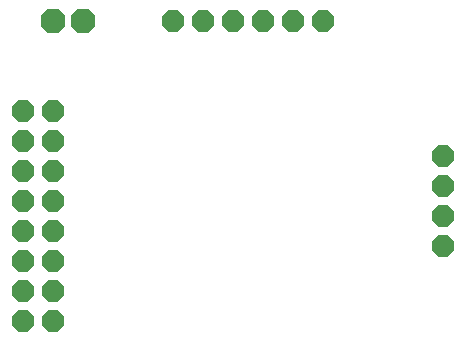
<source format=gbs>
G04 EAGLE Gerber RS-274X export*
G75*
%MOMM*%
%FSLAX34Y34*%
%LPD*%
%INSoldermask Bottom*%
%IPPOS*%
%AMOC8*
5,1,8,0,0,1.08239X$1,22.5*%
G01*
%ADD10P,2.061953X8X22.500000*%
%ADD11P,2.061953X8X112.500000*%
%ADD12P,2.226909X8X202.500000*%


D10*
X196850Y298450D03*
X171450Y298450D03*
X146050Y298450D03*
X222250Y298450D03*
X247650Y298450D03*
X273050Y298450D03*
D11*
X374650Y133350D03*
X374650Y107950D03*
X374650Y158750D03*
X374650Y184150D03*
D12*
X44450Y298450D03*
X69850Y298450D03*
D11*
X44450Y120650D03*
X44450Y95250D03*
X44450Y69850D03*
X44450Y44450D03*
X44450Y146050D03*
X44450Y171450D03*
X44450Y196850D03*
X44450Y222250D03*
X19050Y120650D03*
X19050Y95250D03*
X19050Y69850D03*
X19050Y44450D03*
X19050Y146050D03*
X19050Y171450D03*
X19050Y196850D03*
X19050Y222250D03*
M02*

</source>
